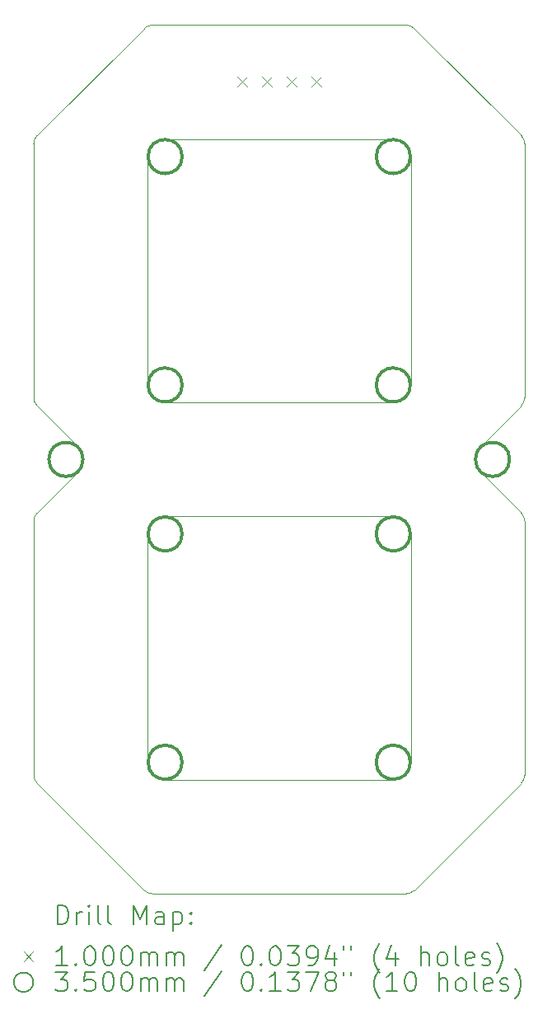
<source format=gbr>
%TF.GenerationSoftware,KiCad,Pcbnew,7.0.2*%
%TF.CreationDate,2024-08-26T22:34:50+03:00*%
%TF.ProjectId,7seg,37736567-2e6b-4696-9361-645f70636258,rev?*%
%TF.SameCoordinates,Original*%
%TF.FileFunction,Drillmap*%
%TF.FilePolarity,Positive*%
%FSLAX45Y45*%
G04 Gerber Fmt 4.5, Leading zero omitted, Abs format (unit mm)*
G04 Created by KiCad (PCBNEW 7.0.2) date 2024-08-26 22:34:50*
%MOMM*%
%LPD*%
G01*
G04 APERTURE LIST*
%ADD10C,0.100000*%
%ADD11C,0.200000*%
%ADD12C,0.350000*%
G04 APERTURE END LIST*
D10*
X11172500Y-9415000D02*
G75*
G03*
X11352500Y-9235000I0J180000D01*
G01*
X11302794Y-14460002D02*
G75*
G03*
X11387647Y-14424853I6J119982D01*
G01*
X8612351Y-14424855D02*
G75*
G03*
X8697206Y-14460000I84859J84875D01*
G01*
X8827500Y-13290000D02*
X11172500Y-13290000D01*
X12064779Y-9872721D02*
X12487353Y-9450147D01*
X12487353Y-6674853D02*
X11387647Y-5575147D01*
X12487355Y-9450149D02*
G75*
G03*
X12522500Y-9365294I-84875J84859D01*
G01*
X8827500Y-10585000D02*
G75*
G03*
X8647500Y-10765000I0J-180000D01*
G01*
X7512645Y-10549851D02*
G75*
G03*
X7477500Y-10634706I84875J-84859D01*
G01*
X11302794Y-5540000D02*
X8697206Y-5540000D01*
X11352500Y-10765000D02*
G75*
G03*
X11172500Y-10585000I-180000J0D01*
G01*
X7477498Y-13240294D02*
G75*
G03*
X7512647Y-13325147I119982J-6D01*
G01*
X11387647Y-14424853D02*
X12487353Y-13325147D01*
X7477500Y-10634706D02*
X7477500Y-13240294D01*
X11172500Y-13290000D02*
G75*
G03*
X11352500Y-13110000I0J180000D01*
G01*
X11352500Y-9235000D02*
X11352500Y-6890000D01*
X7935221Y-10127279D02*
G75*
G03*
X7935221Y-9872721I-127281J127279D01*
G01*
X7512647Y-9450147D02*
X7935221Y-9872721D01*
X8647500Y-9235000D02*
G75*
G03*
X8827500Y-9415000I180000J0D01*
G01*
X12064779Y-9872721D02*
G75*
G03*
X12064779Y-10127279I127281J-127279D01*
G01*
X11172500Y-6710000D02*
X8827500Y-6710000D01*
X11172500Y-10585000D02*
X8827500Y-10585000D01*
X7512645Y-6674851D02*
G75*
G03*
X7477500Y-6759706I84875J-84859D01*
G01*
X12522500Y-13240294D02*
X12522500Y-10634706D01*
X8827500Y-6710000D02*
G75*
G03*
X8647500Y-6890000I0J-180000D01*
G01*
X7477500Y-6759706D02*
X7477500Y-9365294D01*
X12522500Y-9365294D02*
X12522500Y-6759706D01*
X8647500Y-10765000D02*
X8647500Y-13110000D01*
X12522502Y-6759706D02*
G75*
G03*
X12487353Y-6674853I-119982J6D01*
G01*
X12522502Y-10634706D02*
G75*
G03*
X12487353Y-10549853I-119982J6D01*
G01*
X8827500Y-9415000D02*
X11172500Y-9415000D01*
X8647500Y-13110000D02*
G75*
G03*
X8827500Y-13290000I180000J0D01*
G01*
X8697206Y-14460000D02*
X11302794Y-14460000D01*
X8612353Y-5575147D02*
X7512647Y-6674853D01*
X8697206Y-5539998D02*
G75*
G03*
X8612353Y-5575147I-6J-119982D01*
G01*
X11352500Y-6890000D02*
G75*
G03*
X11172500Y-6710000I-180000J0D01*
G01*
X8647500Y-6890000D02*
X8647500Y-9235000D01*
X11387649Y-5575145D02*
G75*
G03*
X11302794Y-5540000I-84859J-84875D01*
G01*
X12487353Y-10549853D02*
X12064779Y-10127279D01*
X12487355Y-13325149D02*
G75*
G03*
X12522500Y-13240294I-84875J84859D01*
G01*
X11352500Y-13110000D02*
X11352500Y-10765000D01*
X7477498Y-9365294D02*
G75*
G03*
X7512647Y-9450147I119982J-6D01*
G01*
X7512647Y-13325147D02*
X8612353Y-14424853D01*
X7935221Y-10127279D02*
X7512647Y-10549853D01*
D11*
D10*
X9569000Y-6070000D02*
X9669000Y-6170000D01*
X9669000Y-6070000D02*
X9569000Y-6170000D01*
X9823000Y-6070000D02*
X9923000Y-6170000D01*
X9923000Y-6070000D02*
X9823000Y-6170000D01*
X10077000Y-6070000D02*
X10177000Y-6170000D01*
X10177000Y-6070000D02*
X10077000Y-6170000D01*
X10331000Y-6070000D02*
X10431000Y-6170000D01*
X10431000Y-6070000D02*
X10331000Y-6170000D01*
D12*
X7982940Y-10000000D02*
G75*
G03*
X7982940Y-10000000I-175000J0D01*
G01*
X9002500Y-6890000D02*
G75*
G03*
X9002500Y-6890000I-175000J0D01*
G01*
X9002500Y-9235000D02*
G75*
G03*
X9002500Y-9235000I-175000J0D01*
G01*
X9002500Y-10765000D02*
G75*
G03*
X9002500Y-10765000I-175000J0D01*
G01*
X9002500Y-13110000D02*
G75*
G03*
X9002500Y-13110000I-175000J0D01*
G01*
X11347500Y-6890000D02*
G75*
G03*
X11347500Y-6890000I-175000J0D01*
G01*
X11347500Y-9235000D02*
G75*
G03*
X11347500Y-9235000I-175000J0D01*
G01*
X11347500Y-10765000D02*
G75*
G03*
X11347500Y-10765000I-175000J0D01*
G01*
X11347500Y-13110000D02*
G75*
G03*
X11347500Y-13110000I-175000J0D01*
G01*
X12367060Y-10000000D02*
G75*
G03*
X12367060Y-10000000I-175000J0D01*
G01*
D11*
X7720117Y-14777526D02*
X7720117Y-14577526D01*
X7720117Y-14577526D02*
X7767736Y-14577526D01*
X7767736Y-14577526D02*
X7796308Y-14587049D01*
X7796308Y-14587049D02*
X7815355Y-14606097D01*
X7815355Y-14606097D02*
X7824879Y-14625145D01*
X7824879Y-14625145D02*
X7834403Y-14663240D01*
X7834403Y-14663240D02*
X7834403Y-14691811D01*
X7834403Y-14691811D02*
X7824879Y-14729907D01*
X7824879Y-14729907D02*
X7815355Y-14748954D01*
X7815355Y-14748954D02*
X7796308Y-14768002D01*
X7796308Y-14768002D02*
X7767736Y-14777526D01*
X7767736Y-14777526D02*
X7720117Y-14777526D01*
X7920117Y-14777526D02*
X7920117Y-14644192D01*
X7920117Y-14682288D02*
X7929641Y-14663240D01*
X7929641Y-14663240D02*
X7939165Y-14653716D01*
X7939165Y-14653716D02*
X7958212Y-14644192D01*
X7958212Y-14644192D02*
X7977260Y-14644192D01*
X8043927Y-14777526D02*
X8043927Y-14644192D01*
X8043927Y-14577526D02*
X8034403Y-14587049D01*
X8034403Y-14587049D02*
X8043927Y-14596573D01*
X8043927Y-14596573D02*
X8053450Y-14587049D01*
X8053450Y-14587049D02*
X8043927Y-14577526D01*
X8043927Y-14577526D02*
X8043927Y-14596573D01*
X8167736Y-14777526D02*
X8148688Y-14768002D01*
X8148688Y-14768002D02*
X8139165Y-14748954D01*
X8139165Y-14748954D02*
X8139165Y-14577526D01*
X8272498Y-14777526D02*
X8253450Y-14768002D01*
X8253450Y-14768002D02*
X8243927Y-14748954D01*
X8243927Y-14748954D02*
X8243927Y-14577526D01*
X8501070Y-14777526D02*
X8501070Y-14577526D01*
X8501070Y-14577526D02*
X8567736Y-14720383D01*
X8567736Y-14720383D02*
X8634403Y-14577526D01*
X8634403Y-14577526D02*
X8634403Y-14777526D01*
X8815355Y-14777526D02*
X8815355Y-14672764D01*
X8815355Y-14672764D02*
X8805831Y-14653716D01*
X8805831Y-14653716D02*
X8786784Y-14644192D01*
X8786784Y-14644192D02*
X8748689Y-14644192D01*
X8748689Y-14644192D02*
X8729641Y-14653716D01*
X8815355Y-14768002D02*
X8796308Y-14777526D01*
X8796308Y-14777526D02*
X8748689Y-14777526D01*
X8748689Y-14777526D02*
X8729641Y-14768002D01*
X8729641Y-14768002D02*
X8720117Y-14748954D01*
X8720117Y-14748954D02*
X8720117Y-14729907D01*
X8720117Y-14729907D02*
X8729641Y-14710859D01*
X8729641Y-14710859D02*
X8748689Y-14701335D01*
X8748689Y-14701335D02*
X8796308Y-14701335D01*
X8796308Y-14701335D02*
X8815355Y-14691811D01*
X8910593Y-14644192D02*
X8910593Y-14844192D01*
X8910593Y-14653716D02*
X8929641Y-14644192D01*
X8929641Y-14644192D02*
X8967736Y-14644192D01*
X8967736Y-14644192D02*
X8986784Y-14653716D01*
X8986784Y-14653716D02*
X8996308Y-14663240D01*
X8996308Y-14663240D02*
X9005831Y-14682288D01*
X9005831Y-14682288D02*
X9005831Y-14739430D01*
X9005831Y-14739430D02*
X8996308Y-14758478D01*
X8996308Y-14758478D02*
X8986784Y-14768002D01*
X8986784Y-14768002D02*
X8967736Y-14777526D01*
X8967736Y-14777526D02*
X8929641Y-14777526D01*
X8929641Y-14777526D02*
X8910593Y-14768002D01*
X9091546Y-14758478D02*
X9101070Y-14768002D01*
X9101070Y-14768002D02*
X9091546Y-14777526D01*
X9091546Y-14777526D02*
X9082022Y-14768002D01*
X9082022Y-14768002D02*
X9091546Y-14758478D01*
X9091546Y-14758478D02*
X9091546Y-14777526D01*
X9091546Y-14653716D02*
X9101070Y-14663240D01*
X9101070Y-14663240D02*
X9091546Y-14672764D01*
X9091546Y-14672764D02*
X9082022Y-14663240D01*
X9082022Y-14663240D02*
X9091546Y-14653716D01*
X9091546Y-14653716D02*
X9091546Y-14672764D01*
D10*
X7372498Y-15055002D02*
X7472498Y-15155002D01*
X7472498Y-15055002D02*
X7372498Y-15155002D01*
D11*
X7824879Y-15197526D02*
X7710593Y-15197526D01*
X7767736Y-15197526D02*
X7767736Y-14997526D01*
X7767736Y-14997526D02*
X7748688Y-15026097D01*
X7748688Y-15026097D02*
X7729641Y-15045145D01*
X7729641Y-15045145D02*
X7710593Y-15054668D01*
X7910593Y-15178478D02*
X7920117Y-15188002D01*
X7920117Y-15188002D02*
X7910593Y-15197526D01*
X7910593Y-15197526D02*
X7901069Y-15188002D01*
X7901069Y-15188002D02*
X7910593Y-15178478D01*
X7910593Y-15178478D02*
X7910593Y-15197526D01*
X8043927Y-14997526D02*
X8062974Y-14997526D01*
X8062974Y-14997526D02*
X8082022Y-15007049D01*
X8082022Y-15007049D02*
X8091546Y-15016573D01*
X8091546Y-15016573D02*
X8101069Y-15035621D01*
X8101069Y-15035621D02*
X8110593Y-15073716D01*
X8110593Y-15073716D02*
X8110593Y-15121335D01*
X8110593Y-15121335D02*
X8101069Y-15159430D01*
X8101069Y-15159430D02*
X8091546Y-15178478D01*
X8091546Y-15178478D02*
X8082022Y-15188002D01*
X8082022Y-15188002D02*
X8062974Y-15197526D01*
X8062974Y-15197526D02*
X8043927Y-15197526D01*
X8043927Y-15197526D02*
X8024879Y-15188002D01*
X8024879Y-15188002D02*
X8015355Y-15178478D01*
X8015355Y-15178478D02*
X8005831Y-15159430D01*
X8005831Y-15159430D02*
X7996308Y-15121335D01*
X7996308Y-15121335D02*
X7996308Y-15073716D01*
X7996308Y-15073716D02*
X8005831Y-15035621D01*
X8005831Y-15035621D02*
X8015355Y-15016573D01*
X8015355Y-15016573D02*
X8024879Y-15007049D01*
X8024879Y-15007049D02*
X8043927Y-14997526D01*
X8234403Y-14997526D02*
X8253450Y-14997526D01*
X8253450Y-14997526D02*
X8272498Y-15007049D01*
X8272498Y-15007049D02*
X8282022Y-15016573D01*
X8282022Y-15016573D02*
X8291546Y-15035621D01*
X8291546Y-15035621D02*
X8301069Y-15073716D01*
X8301069Y-15073716D02*
X8301069Y-15121335D01*
X8301069Y-15121335D02*
X8291546Y-15159430D01*
X8291546Y-15159430D02*
X8282022Y-15178478D01*
X8282022Y-15178478D02*
X8272498Y-15188002D01*
X8272498Y-15188002D02*
X8253450Y-15197526D01*
X8253450Y-15197526D02*
X8234403Y-15197526D01*
X8234403Y-15197526D02*
X8215355Y-15188002D01*
X8215355Y-15188002D02*
X8205831Y-15178478D01*
X8205831Y-15178478D02*
X8196308Y-15159430D01*
X8196308Y-15159430D02*
X8186784Y-15121335D01*
X8186784Y-15121335D02*
X8186784Y-15073716D01*
X8186784Y-15073716D02*
X8196308Y-15035621D01*
X8196308Y-15035621D02*
X8205831Y-15016573D01*
X8205831Y-15016573D02*
X8215355Y-15007049D01*
X8215355Y-15007049D02*
X8234403Y-14997526D01*
X8424879Y-14997526D02*
X8443927Y-14997526D01*
X8443927Y-14997526D02*
X8462974Y-15007049D01*
X8462974Y-15007049D02*
X8472498Y-15016573D01*
X8472498Y-15016573D02*
X8482022Y-15035621D01*
X8482022Y-15035621D02*
X8491546Y-15073716D01*
X8491546Y-15073716D02*
X8491546Y-15121335D01*
X8491546Y-15121335D02*
X8482022Y-15159430D01*
X8482022Y-15159430D02*
X8472498Y-15178478D01*
X8472498Y-15178478D02*
X8462974Y-15188002D01*
X8462974Y-15188002D02*
X8443927Y-15197526D01*
X8443927Y-15197526D02*
X8424879Y-15197526D01*
X8424879Y-15197526D02*
X8405831Y-15188002D01*
X8405831Y-15188002D02*
X8396308Y-15178478D01*
X8396308Y-15178478D02*
X8386784Y-15159430D01*
X8386784Y-15159430D02*
X8377260Y-15121335D01*
X8377260Y-15121335D02*
X8377260Y-15073716D01*
X8377260Y-15073716D02*
X8386784Y-15035621D01*
X8386784Y-15035621D02*
X8396308Y-15016573D01*
X8396308Y-15016573D02*
X8405831Y-15007049D01*
X8405831Y-15007049D02*
X8424879Y-14997526D01*
X8577260Y-15197526D02*
X8577260Y-15064192D01*
X8577260Y-15083240D02*
X8586784Y-15073716D01*
X8586784Y-15073716D02*
X8605831Y-15064192D01*
X8605831Y-15064192D02*
X8634403Y-15064192D01*
X8634403Y-15064192D02*
X8653451Y-15073716D01*
X8653451Y-15073716D02*
X8662974Y-15092764D01*
X8662974Y-15092764D02*
X8662974Y-15197526D01*
X8662974Y-15092764D02*
X8672498Y-15073716D01*
X8672498Y-15073716D02*
X8691546Y-15064192D01*
X8691546Y-15064192D02*
X8720117Y-15064192D01*
X8720117Y-15064192D02*
X8739165Y-15073716D01*
X8739165Y-15073716D02*
X8748689Y-15092764D01*
X8748689Y-15092764D02*
X8748689Y-15197526D01*
X8843927Y-15197526D02*
X8843927Y-15064192D01*
X8843927Y-15083240D02*
X8853451Y-15073716D01*
X8853451Y-15073716D02*
X8872498Y-15064192D01*
X8872498Y-15064192D02*
X8901070Y-15064192D01*
X8901070Y-15064192D02*
X8920117Y-15073716D01*
X8920117Y-15073716D02*
X8929641Y-15092764D01*
X8929641Y-15092764D02*
X8929641Y-15197526D01*
X8929641Y-15092764D02*
X8939165Y-15073716D01*
X8939165Y-15073716D02*
X8958212Y-15064192D01*
X8958212Y-15064192D02*
X8986784Y-15064192D01*
X8986784Y-15064192D02*
X9005832Y-15073716D01*
X9005832Y-15073716D02*
X9015355Y-15092764D01*
X9015355Y-15092764D02*
X9015355Y-15197526D01*
X9405832Y-14988002D02*
X9234403Y-15245145D01*
X9662974Y-14997526D02*
X9682022Y-14997526D01*
X9682022Y-14997526D02*
X9701070Y-15007049D01*
X9701070Y-15007049D02*
X9710594Y-15016573D01*
X9710594Y-15016573D02*
X9720117Y-15035621D01*
X9720117Y-15035621D02*
X9729641Y-15073716D01*
X9729641Y-15073716D02*
X9729641Y-15121335D01*
X9729641Y-15121335D02*
X9720117Y-15159430D01*
X9720117Y-15159430D02*
X9710594Y-15178478D01*
X9710594Y-15178478D02*
X9701070Y-15188002D01*
X9701070Y-15188002D02*
X9682022Y-15197526D01*
X9682022Y-15197526D02*
X9662974Y-15197526D01*
X9662974Y-15197526D02*
X9643927Y-15188002D01*
X9643927Y-15188002D02*
X9634403Y-15178478D01*
X9634403Y-15178478D02*
X9624879Y-15159430D01*
X9624879Y-15159430D02*
X9615355Y-15121335D01*
X9615355Y-15121335D02*
X9615355Y-15073716D01*
X9615355Y-15073716D02*
X9624879Y-15035621D01*
X9624879Y-15035621D02*
X9634403Y-15016573D01*
X9634403Y-15016573D02*
X9643927Y-15007049D01*
X9643927Y-15007049D02*
X9662974Y-14997526D01*
X9815355Y-15178478D02*
X9824879Y-15188002D01*
X9824879Y-15188002D02*
X9815355Y-15197526D01*
X9815355Y-15197526D02*
X9805832Y-15188002D01*
X9805832Y-15188002D02*
X9815355Y-15178478D01*
X9815355Y-15178478D02*
X9815355Y-15197526D01*
X9948689Y-14997526D02*
X9967736Y-14997526D01*
X9967736Y-14997526D02*
X9986784Y-15007049D01*
X9986784Y-15007049D02*
X9996308Y-15016573D01*
X9996308Y-15016573D02*
X10005832Y-15035621D01*
X10005832Y-15035621D02*
X10015355Y-15073716D01*
X10015355Y-15073716D02*
X10015355Y-15121335D01*
X10015355Y-15121335D02*
X10005832Y-15159430D01*
X10005832Y-15159430D02*
X9996308Y-15178478D01*
X9996308Y-15178478D02*
X9986784Y-15188002D01*
X9986784Y-15188002D02*
X9967736Y-15197526D01*
X9967736Y-15197526D02*
X9948689Y-15197526D01*
X9948689Y-15197526D02*
X9929641Y-15188002D01*
X9929641Y-15188002D02*
X9920117Y-15178478D01*
X9920117Y-15178478D02*
X9910594Y-15159430D01*
X9910594Y-15159430D02*
X9901070Y-15121335D01*
X9901070Y-15121335D02*
X9901070Y-15073716D01*
X9901070Y-15073716D02*
X9910594Y-15035621D01*
X9910594Y-15035621D02*
X9920117Y-15016573D01*
X9920117Y-15016573D02*
X9929641Y-15007049D01*
X9929641Y-15007049D02*
X9948689Y-14997526D01*
X10082022Y-14997526D02*
X10205832Y-14997526D01*
X10205832Y-14997526D02*
X10139165Y-15073716D01*
X10139165Y-15073716D02*
X10167736Y-15073716D01*
X10167736Y-15073716D02*
X10186784Y-15083240D01*
X10186784Y-15083240D02*
X10196308Y-15092764D01*
X10196308Y-15092764D02*
X10205832Y-15111811D01*
X10205832Y-15111811D02*
X10205832Y-15159430D01*
X10205832Y-15159430D02*
X10196308Y-15178478D01*
X10196308Y-15178478D02*
X10186784Y-15188002D01*
X10186784Y-15188002D02*
X10167736Y-15197526D01*
X10167736Y-15197526D02*
X10110594Y-15197526D01*
X10110594Y-15197526D02*
X10091546Y-15188002D01*
X10091546Y-15188002D02*
X10082022Y-15178478D01*
X10301070Y-15197526D02*
X10339165Y-15197526D01*
X10339165Y-15197526D02*
X10358213Y-15188002D01*
X10358213Y-15188002D02*
X10367736Y-15178478D01*
X10367736Y-15178478D02*
X10386784Y-15149907D01*
X10386784Y-15149907D02*
X10396308Y-15111811D01*
X10396308Y-15111811D02*
X10396308Y-15035621D01*
X10396308Y-15035621D02*
X10386784Y-15016573D01*
X10386784Y-15016573D02*
X10377260Y-15007049D01*
X10377260Y-15007049D02*
X10358213Y-14997526D01*
X10358213Y-14997526D02*
X10320117Y-14997526D01*
X10320117Y-14997526D02*
X10301070Y-15007049D01*
X10301070Y-15007049D02*
X10291546Y-15016573D01*
X10291546Y-15016573D02*
X10282022Y-15035621D01*
X10282022Y-15035621D02*
X10282022Y-15083240D01*
X10282022Y-15083240D02*
X10291546Y-15102288D01*
X10291546Y-15102288D02*
X10301070Y-15111811D01*
X10301070Y-15111811D02*
X10320117Y-15121335D01*
X10320117Y-15121335D02*
X10358213Y-15121335D01*
X10358213Y-15121335D02*
X10377260Y-15111811D01*
X10377260Y-15111811D02*
X10386784Y-15102288D01*
X10386784Y-15102288D02*
X10396308Y-15083240D01*
X10567736Y-15064192D02*
X10567736Y-15197526D01*
X10520117Y-14988002D02*
X10472498Y-15130859D01*
X10472498Y-15130859D02*
X10596308Y-15130859D01*
X10662975Y-14997526D02*
X10662975Y-15035621D01*
X10739165Y-14997526D02*
X10739165Y-15035621D01*
X11034403Y-15273716D02*
X11024879Y-15264192D01*
X11024879Y-15264192D02*
X11005832Y-15235621D01*
X11005832Y-15235621D02*
X10996308Y-15216573D01*
X10996308Y-15216573D02*
X10986784Y-15188002D01*
X10986784Y-15188002D02*
X10977260Y-15140383D01*
X10977260Y-15140383D02*
X10977260Y-15102288D01*
X10977260Y-15102288D02*
X10986784Y-15054668D01*
X10986784Y-15054668D02*
X10996308Y-15026097D01*
X10996308Y-15026097D02*
X11005832Y-15007049D01*
X11005832Y-15007049D02*
X11024879Y-14978478D01*
X11024879Y-14978478D02*
X11034403Y-14968954D01*
X11196308Y-15064192D02*
X11196308Y-15197526D01*
X11148689Y-14988002D02*
X11101070Y-15130859D01*
X11101070Y-15130859D02*
X11224879Y-15130859D01*
X11453451Y-15197526D02*
X11453451Y-14997526D01*
X11539165Y-15197526D02*
X11539165Y-15092764D01*
X11539165Y-15092764D02*
X11529641Y-15073716D01*
X11529641Y-15073716D02*
X11510594Y-15064192D01*
X11510594Y-15064192D02*
X11482022Y-15064192D01*
X11482022Y-15064192D02*
X11462975Y-15073716D01*
X11462975Y-15073716D02*
X11453451Y-15083240D01*
X11662975Y-15197526D02*
X11643927Y-15188002D01*
X11643927Y-15188002D02*
X11634403Y-15178478D01*
X11634403Y-15178478D02*
X11624879Y-15159430D01*
X11624879Y-15159430D02*
X11624879Y-15102288D01*
X11624879Y-15102288D02*
X11634403Y-15083240D01*
X11634403Y-15083240D02*
X11643927Y-15073716D01*
X11643927Y-15073716D02*
X11662975Y-15064192D01*
X11662975Y-15064192D02*
X11691546Y-15064192D01*
X11691546Y-15064192D02*
X11710594Y-15073716D01*
X11710594Y-15073716D02*
X11720117Y-15083240D01*
X11720117Y-15083240D02*
X11729641Y-15102288D01*
X11729641Y-15102288D02*
X11729641Y-15159430D01*
X11729641Y-15159430D02*
X11720117Y-15178478D01*
X11720117Y-15178478D02*
X11710594Y-15188002D01*
X11710594Y-15188002D02*
X11691546Y-15197526D01*
X11691546Y-15197526D02*
X11662975Y-15197526D01*
X11843927Y-15197526D02*
X11824879Y-15188002D01*
X11824879Y-15188002D02*
X11815356Y-15168954D01*
X11815356Y-15168954D02*
X11815356Y-14997526D01*
X11996308Y-15188002D02*
X11977260Y-15197526D01*
X11977260Y-15197526D02*
X11939165Y-15197526D01*
X11939165Y-15197526D02*
X11920117Y-15188002D01*
X11920117Y-15188002D02*
X11910594Y-15168954D01*
X11910594Y-15168954D02*
X11910594Y-15092764D01*
X11910594Y-15092764D02*
X11920117Y-15073716D01*
X11920117Y-15073716D02*
X11939165Y-15064192D01*
X11939165Y-15064192D02*
X11977260Y-15064192D01*
X11977260Y-15064192D02*
X11996308Y-15073716D01*
X11996308Y-15073716D02*
X12005832Y-15092764D01*
X12005832Y-15092764D02*
X12005832Y-15111811D01*
X12005832Y-15111811D02*
X11910594Y-15130859D01*
X12082022Y-15188002D02*
X12101070Y-15197526D01*
X12101070Y-15197526D02*
X12139165Y-15197526D01*
X12139165Y-15197526D02*
X12158213Y-15188002D01*
X12158213Y-15188002D02*
X12167737Y-15168954D01*
X12167737Y-15168954D02*
X12167737Y-15159430D01*
X12167737Y-15159430D02*
X12158213Y-15140383D01*
X12158213Y-15140383D02*
X12139165Y-15130859D01*
X12139165Y-15130859D02*
X12110594Y-15130859D01*
X12110594Y-15130859D02*
X12091546Y-15121335D01*
X12091546Y-15121335D02*
X12082022Y-15102288D01*
X12082022Y-15102288D02*
X12082022Y-15092764D01*
X12082022Y-15092764D02*
X12091546Y-15073716D01*
X12091546Y-15073716D02*
X12110594Y-15064192D01*
X12110594Y-15064192D02*
X12139165Y-15064192D01*
X12139165Y-15064192D02*
X12158213Y-15073716D01*
X12234403Y-15273716D02*
X12243927Y-15264192D01*
X12243927Y-15264192D02*
X12262975Y-15235621D01*
X12262975Y-15235621D02*
X12272498Y-15216573D01*
X12272498Y-15216573D02*
X12282022Y-15188002D01*
X12282022Y-15188002D02*
X12291546Y-15140383D01*
X12291546Y-15140383D02*
X12291546Y-15102288D01*
X12291546Y-15102288D02*
X12282022Y-15054668D01*
X12282022Y-15054668D02*
X12272498Y-15026097D01*
X12272498Y-15026097D02*
X12262975Y-15007049D01*
X12262975Y-15007049D02*
X12243927Y-14978478D01*
X12243927Y-14978478D02*
X12234403Y-14968954D01*
X7472498Y-15369002D02*
G75*
G03*
X7472498Y-15369002I-100000J0D01*
G01*
X7701069Y-15261526D02*
X7824879Y-15261526D01*
X7824879Y-15261526D02*
X7758212Y-15337716D01*
X7758212Y-15337716D02*
X7786784Y-15337716D01*
X7786784Y-15337716D02*
X7805831Y-15347240D01*
X7805831Y-15347240D02*
X7815355Y-15356764D01*
X7815355Y-15356764D02*
X7824879Y-15375811D01*
X7824879Y-15375811D02*
X7824879Y-15423430D01*
X7824879Y-15423430D02*
X7815355Y-15442478D01*
X7815355Y-15442478D02*
X7805831Y-15452002D01*
X7805831Y-15452002D02*
X7786784Y-15461526D01*
X7786784Y-15461526D02*
X7729641Y-15461526D01*
X7729641Y-15461526D02*
X7710593Y-15452002D01*
X7710593Y-15452002D02*
X7701069Y-15442478D01*
X7910593Y-15442478D02*
X7920117Y-15452002D01*
X7920117Y-15452002D02*
X7910593Y-15461526D01*
X7910593Y-15461526D02*
X7901069Y-15452002D01*
X7901069Y-15452002D02*
X7910593Y-15442478D01*
X7910593Y-15442478D02*
X7910593Y-15461526D01*
X8101069Y-15261526D02*
X8005831Y-15261526D01*
X8005831Y-15261526D02*
X7996308Y-15356764D01*
X7996308Y-15356764D02*
X8005831Y-15347240D01*
X8005831Y-15347240D02*
X8024879Y-15337716D01*
X8024879Y-15337716D02*
X8072498Y-15337716D01*
X8072498Y-15337716D02*
X8091546Y-15347240D01*
X8091546Y-15347240D02*
X8101069Y-15356764D01*
X8101069Y-15356764D02*
X8110593Y-15375811D01*
X8110593Y-15375811D02*
X8110593Y-15423430D01*
X8110593Y-15423430D02*
X8101069Y-15442478D01*
X8101069Y-15442478D02*
X8091546Y-15452002D01*
X8091546Y-15452002D02*
X8072498Y-15461526D01*
X8072498Y-15461526D02*
X8024879Y-15461526D01*
X8024879Y-15461526D02*
X8005831Y-15452002D01*
X8005831Y-15452002D02*
X7996308Y-15442478D01*
X8234403Y-15261526D02*
X8253450Y-15261526D01*
X8253450Y-15261526D02*
X8272498Y-15271049D01*
X8272498Y-15271049D02*
X8282022Y-15280573D01*
X8282022Y-15280573D02*
X8291546Y-15299621D01*
X8291546Y-15299621D02*
X8301069Y-15337716D01*
X8301069Y-15337716D02*
X8301069Y-15385335D01*
X8301069Y-15385335D02*
X8291546Y-15423430D01*
X8291546Y-15423430D02*
X8282022Y-15442478D01*
X8282022Y-15442478D02*
X8272498Y-15452002D01*
X8272498Y-15452002D02*
X8253450Y-15461526D01*
X8253450Y-15461526D02*
X8234403Y-15461526D01*
X8234403Y-15461526D02*
X8215355Y-15452002D01*
X8215355Y-15452002D02*
X8205831Y-15442478D01*
X8205831Y-15442478D02*
X8196308Y-15423430D01*
X8196308Y-15423430D02*
X8186784Y-15385335D01*
X8186784Y-15385335D02*
X8186784Y-15337716D01*
X8186784Y-15337716D02*
X8196308Y-15299621D01*
X8196308Y-15299621D02*
X8205831Y-15280573D01*
X8205831Y-15280573D02*
X8215355Y-15271049D01*
X8215355Y-15271049D02*
X8234403Y-15261526D01*
X8424879Y-15261526D02*
X8443927Y-15261526D01*
X8443927Y-15261526D02*
X8462974Y-15271049D01*
X8462974Y-15271049D02*
X8472498Y-15280573D01*
X8472498Y-15280573D02*
X8482022Y-15299621D01*
X8482022Y-15299621D02*
X8491546Y-15337716D01*
X8491546Y-15337716D02*
X8491546Y-15385335D01*
X8491546Y-15385335D02*
X8482022Y-15423430D01*
X8482022Y-15423430D02*
X8472498Y-15442478D01*
X8472498Y-15442478D02*
X8462974Y-15452002D01*
X8462974Y-15452002D02*
X8443927Y-15461526D01*
X8443927Y-15461526D02*
X8424879Y-15461526D01*
X8424879Y-15461526D02*
X8405831Y-15452002D01*
X8405831Y-15452002D02*
X8396308Y-15442478D01*
X8396308Y-15442478D02*
X8386784Y-15423430D01*
X8386784Y-15423430D02*
X8377260Y-15385335D01*
X8377260Y-15385335D02*
X8377260Y-15337716D01*
X8377260Y-15337716D02*
X8386784Y-15299621D01*
X8386784Y-15299621D02*
X8396308Y-15280573D01*
X8396308Y-15280573D02*
X8405831Y-15271049D01*
X8405831Y-15271049D02*
X8424879Y-15261526D01*
X8577260Y-15461526D02*
X8577260Y-15328192D01*
X8577260Y-15347240D02*
X8586784Y-15337716D01*
X8586784Y-15337716D02*
X8605831Y-15328192D01*
X8605831Y-15328192D02*
X8634403Y-15328192D01*
X8634403Y-15328192D02*
X8653451Y-15337716D01*
X8653451Y-15337716D02*
X8662974Y-15356764D01*
X8662974Y-15356764D02*
X8662974Y-15461526D01*
X8662974Y-15356764D02*
X8672498Y-15337716D01*
X8672498Y-15337716D02*
X8691546Y-15328192D01*
X8691546Y-15328192D02*
X8720117Y-15328192D01*
X8720117Y-15328192D02*
X8739165Y-15337716D01*
X8739165Y-15337716D02*
X8748689Y-15356764D01*
X8748689Y-15356764D02*
X8748689Y-15461526D01*
X8843927Y-15461526D02*
X8843927Y-15328192D01*
X8843927Y-15347240D02*
X8853451Y-15337716D01*
X8853451Y-15337716D02*
X8872498Y-15328192D01*
X8872498Y-15328192D02*
X8901070Y-15328192D01*
X8901070Y-15328192D02*
X8920117Y-15337716D01*
X8920117Y-15337716D02*
X8929641Y-15356764D01*
X8929641Y-15356764D02*
X8929641Y-15461526D01*
X8929641Y-15356764D02*
X8939165Y-15337716D01*
X8939165Y-15337716D02*
X8958212Y-15328192D01*
X8958212Y-15328192D02*
X8986784Y-15328192D01*
X8986784Y-15328192D02*
X9005832Y-15337716D01*
X9005832Y-15337716D02*
X9015355Y-15356764D01*
X9015355Y-15356764D02*
X9015355Y-15461526D01*
X9405832Y-15252002D02*
X9234403Y-15509145D01*
X9662974Y-15261526D02*
X9682022Y-15261526D01*
X9682022Y-15261526D02*
X9701070Y-15271049D01*
X9701070Y-15271049D02*
X9710594Y-15280573D01*
X9710594Y-15280573D02*
X9720117Y-15299621D01*
X9720117Y-15299621D02*
X9729641Y-15337716D01*
X9729641Y-15337716D02*
X9729641Y-15385335D01*
X9729641Y-15385335D02*
X9720117Y-15423430D01*
X9720117Y-15423430D02*
X9710594Y-15442478D01*
X9710594Y-15442478D02*
X9701070Y-15452002D01*
X9701070Y-15452002D02*
X9682022Y-15461526D01*
X9682022Y-15461526D02*
X9662974Y-15461526D01*
X9662974Y-15461526D02*
X9643927Y-15452002D01*
X9643927Y-15452002D02*
X9634403Y-15442478D01*
X9634403Y-15442478D02*
X9624879Y-15423430D01*
X9624879Y-15423430D02*
X9615355Y-15385335D01*
X9615355Y-15385335D02*
X9615355Y-15337716D01*
X9615355Y-15337716D02*
X9624879Y-15299621D01*
X9624879Y-15299621D02*
X9634403Y-15280573D01*
X9634403Y-15280573D02*
X9643927Y-15271049D01*
X9643927Y-15271049D02*
X9662974Y-15261526D01*
X9815355Y-15442478D02*
X9824879Y-15452002D01*
X9824879Y-15452002D02*
X9815355Y-15461526D01*
X9815355Y-15461526D02*
X9805832Y-15452002D01*
X9805832Y-15452002D02*
X9815355Y-15442478D01*
X9815355Y-15442478D02*
X9815355Y-15461526D01*
X10015355Y-15461526D02*
X9901070Y-15461526D01*
X9958213Y-15461526D02*
X9958213Y-15261526D01*
X9958213Y-15261526D02*
X9939165Y-15290097D01*
X9939165Y-15290097D02*
X9920117Y-15309145D01*
X9920117Y-15309145D02*
X9901070Y-15318668D01*
X10082022Y-15261526D02*
X10205832Y-15261526D01*
X10205832Y-15261526D02*
X10139165Y-15337716D01*
X10139165Y-15337716D02*
X10167736Y-15337716D01*
X10167736Y-15337716D02*
X10186784Y-15347240D01*
X10186784Y-15347240D02*
X10196308Y-15356764D01*
X10196308Y-15356764D02*
X10205832Y-15375811D01*
X10205832Y-15375811D02*
X10205832Y-15423430D01*
X10205832Y-15423430D02*
X10196308Y-15442478D01*
X10196308Y-15442478D02*
X10186784Y-15452002D01*
X10186784Y-15452002D02*
X10167736Y-15461526D01*
X10167736Y-15461526D02*
X10110594Y-15461526D01*
X10110594Y-15461526D02*
X10091546Y-15452002D01*
X10091546Y-15452002D02*
X10082022Y-15442478D01*
X10272498Y-15261526D02*
X10405832Y-15261526D01*
X10405832Y-15261526D02*
X10320117Y-15461526D01*
X10510594Y-15347240D02*
X10491546Y-15337716D01*
X10491546Y-15337716D02*
X10482022Y-15328192D01*
X10482022Y-15328192D02*
X10472498Y-15309145D01*
X10472498Y-15309145D02*
X10472498Y-15299621D01*
X10472498Y-15299621D02*
X10482022Y-15280573D01*
X10482022Y-15280573D02*
X10491546Y-15271049D01*
X10491546Y-15271049D02*
X10510594Y-15261526D01*
X10510594Y-15261526D02*
X10548689Y-15261526D01*
X10548689Y-15261526D02*
X10567736Y-15271049D01*
X10567736Y-15271049D02*
X10577260Y-15280573D01*
X10577260Y-15280573D02*
X10586784Y-15299621D01*
X10586784Y-15299621D02*
X10586784Y-15309145D01*
X10586784Y-15309145D02*
X10577260Y-15328192D01*
X10577260Y-15328192D02*
X10567736Y-15337716D01*
X10567736Y-15337716D02*
X10548689Y-15347240D01*
X10548689Y-15347240D02*
X10510594Y-15347240D01*
X10510594Y-15347240D02*
X10491546Y-15356764D01*
X10491546Y-15356764D02*
X10482022Y-15366288D01*
X10482022Y-15366288D02*
X10472498Y-15385335D01*
X10472498Y-15385335D02*
X10472498Y-15423430D01*
X10472498Y-15423430D02*
X10482022Y-15442478D01*
X10482022Y-15442478D02*
X10491546Y-15452002D01*
X10491546Y-15452002D02*
X10510594Y-15461526D01*
X10510594Y-15461526D02*
X10548689Y-15461526D01*
X10548689Y-15461526D02*
X10567736Y-15452002D01*
X10567736Y-15452002D02*
X10577260Y-15442478D01*
X10577260Y-15442478D02*
X10586784Y-15423430D01*
X10586784Y-15423430D02*
X10586784Y-15385335D01*
X10586784Y-15385335D02*
X10577260Y-15366288D01*
X10577260Y-15366288D02*
X10567736Y-15356764D01*
X10567736Y-15356764D02*
X10548689Y-15347240D01*
X10662975Y-15261526D02*
X10662975Y-15299621D01*
X10739165Y-15261526D02*
X10739165Y-15299621D01*
X11034403Y-15537716D02*
X11024879Y-15528192D01*
X11024879Y-15528192D02*
X11005832Y-15499621D01*
X11005832Y-15499621D02*
X10996308Y-15480573D01*
X10996308Y-15480573D02*
X10986784Y-15452002D01*
X10986784Y-15452002D02*
X10977260Y-15404383D01*
X10977260Y-15404383D02*
X10977260Y-15366288D01*
X10977260Y-15366288D02*
X10986784Y-15318668D01*
X10986784Y-15318668D02*
X10996308Y-15290097D01*
X10996308Y-15290097D02*
X11005832Y-15271049D01*
X11005832Y-15271049D02*
X11024879Y-15242478D01*
X11024879Y-15242478D02*
X11034403Y-15232954D01*
X11215355Y-15461526D02*
X11101070Y-15461526D01*
X11158213Y-15461526D02*
X11158213Y-15261526D01*
X11158213Y-15261526D02*
X11139165Y-15290097D01*
X11139165Y-15290097D02*
X11120117Y-15309145D01*
X11120117Y-15309145D02*
X11101070Y-15318668D01*
X11339165Y-15261526D02*
X11358213Y-15261526D01*
X11358213Y-15261526D02*
X11377260Y-15271049D01*
X11377260Y-15271049D02*
X11386784Y-15280573D01*
X11386784Y-15280573D02*
X11396308Y-15299621D01*
X11396308Y-15299621D02*
X11405832Y-15337716D01*
X11405832Y-15337716D02*
X11405832Y-15385335D01*
X11405832Y-15385335D02*
X11396308Y-15423430D01*
X11396308Y-15423430D02*
X11386784Y-15442478D01*
X11386784Y-15442478D02*
X11377260Y-15452002D01*
X11377260Y-15452002D02*
X11358213Y-15461526D01*
X11358213Y-15461526D02*
X11339165Y-15461526D01*
X11339165Y-15461526D02*
X11320117Y-15452002D01*
X11320117Y-15452002D02*
X11310594Y-15442478D01*
X11310594Y-15442478D02*
X11301070Y-15423430D01*
X11301070Y-15423430D02*
X11291546Y-15385335D01*
X11291546Y-15385335D02*
X11291546Y-15337716D01*
X11291546Y-15337716D02*
X11301070Y-15299621D01*
X11301070Y-15299621D02*
X11310594Y-15280573D01*
X11310594Y-15280573D02*
X11320117Y-15271049D01*
X11320117Y-15271049D02*
X11339165Y-15261526D01*
X11643927Y-15461526D02*
X11643927Y-15261526D01*
X11729641Y-15461526D02*
X11729641Y-15356764D01*
X11729641Y-15356764D02*
X11720117Y-15337716D01*
X11720117Y-15337716D02*
X11701070Y-15328192D01*
X11701070Y-15328192D02*
X11672498Y-15328192D01*
X11672498Y-15328192D02*
X11653451Y-15337716D01*
X11653451Y-15337716D02*
X11643927Y-15347240D01*
X11853451Y-15461526D02*
X11834403Y-15452002D01*
X11834403Y-15452002D02*
X11824879Y-15442478D01*
X11824879Y-15442478D02*
X11815356Y-15423430D01*
X11815356Y-15423430D02*
X11815356Y-15366288D01*
X11815356Y-15366288D02*
X11824879Y-15347240D01*
X11824879Y-15347240D02*
X11834403Y-15337716D01*
X11834403Y-15337716D02*
X11853451Y-15328192D01*
X11853451Y-15328192D02*
X11882022Y-15328192D01*
X11882022Y-15328192D02*
X11901070Y-15337716D01*
X11901070Y-15337716D02*
X11910594Y-15347240D01*
X11910594Y-15347240D02*
X11920117Y-15366288D01*
X11920117Y-15366288D02*
X11920117Y-15423430D01*
X11920117Y-15423430D02*
X11910594Y-15442478D01*
X11910594Y-15442478D02*
X11901070Y-15452002D01*
X11901070Y-15452002D02*
X11882022Y-15461526D01*
X11882022Y-15461526D02*
X11853451Y-15461526D01*
X12034403Y-15461526D02*
X12015356Y-15452002D01*
X12015356Y-15452002D02*
X12005832Y-15432954D01*
X12005832Y-15432954D02*
X12005832Y-15261526D01*
X12186784Y-15452002D02*
X12167737Y-15461526D01*
X12167737Y-15461526D02*
X12129641Y-15461526D01*
X12129641Y-15461526D02*
X12110594Y-15452002D01*
X12110594Y-15452002D02*
X12101070Y-15432954D01*
X12101070Y-15432954D02*
X12101070Y-15356764D01*
X12101070Y-15356764D02*
X12110594Y-15337716D01*
X12110594Y-15337716D02*
X12129641Y-15328192D01*
X12129641Y-15328192D02*
X12167737Y-15328192D01*
X12167737Y-15328192D02*
X12186784Y-15337716D01*
X12186784Y-15337716D02*
X12196308Y-15356764D01*
X12196308Y-15356764D02*
X12196308Y-15375811D01*
X12196308Y-15375811D02*
X12101070Y-15394859D01*
X12272498Y-15452002D02*
X12291546Y-15461526D01*
X12291546Y-15461526D02*
X12329641Y-15461526D01*
X12329641Y-15461526D02*
X12348689Y-15452002D01*
X12348689Y-15452002D02*
X12358213Y-15432954D01*
X12358213Y-15432954D02*
X12358213Y-15423430D01*
X12358213Y-15423430D02*
X12348689Y-15404383D01*
X12348689Y-15404383D02*
X12329641Y-15394859D01*
X12329641Y-15394859D02*
X12301070Y-15394859D01*
X12301070Y-15394859D02*
X12282022Y-15385335D01*
X12282022Y-15385335D02*
X12272498Y-15366288D01*
X12272498Y-15366288D02*
X12272498Y-15356764D01*
X12272498Y-15356764D02*
X12282022Y-15337716D01*
X12282022Y-15337716D02*
X12301070Y-15328192D01*
X12301070Y-15328192D02*
X12329641Y-15328192D01*
X12329641Y-15328192D02*
X12348689Y-15337716D01*
X12424879Y-15537716D02*
X12434403Y-15528192D01*
X12434403Y-15528192D02*
X12453451Y-15499621D01*
X12453451Y-15499621D02*
X12462975Y-15480573D01*
X12462975Y-15480573D02*
X12472498Y-15452002D01*
X12472498Y-15452002D02*
X12482022Y-15404383D01*
X12482022Y-15404383D02*
X12482022Y-15366288D01*
X12482022Y-15366288D02*
X12472498Y-15318668D01*
X12472498Y-15318668D02*
X12462975Y-15290097D01*
X12462975Y-15290097D02*
X12453451Y-15271049D01*
X12453451Y-15271049D02*
X12434403Y-15242478D01*
X12434403Y-15242478D02*
X12424879Y-15232954D01*
M02*

</source>
